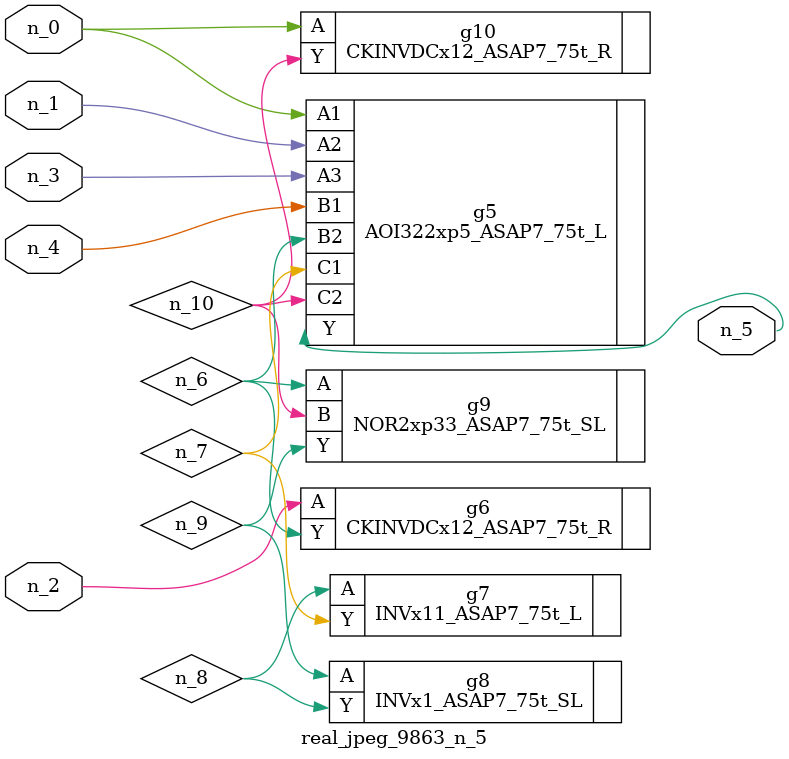
<source format=v>
module real_jpeg_9863_n_5 (n_4, n_0, n_1, n_2, n_3, n_5);

input n_4;
input n_0;
input n_1;
input n_2;
input n_3;

output n_5;

wire n_8;
wire n_6;
wire n_7;
wire n_10;
wire n_9;

AOI322xp5_ASAP7_75t_L g5 ( 
.A1(n_0),
.A2(n_1),
.A3(n_3),
.B1(n_4),
.B2(n_6),
.C1(n_7),
.C2(n_10),
.Y(n_5)
);

CKINVDCx12_ASAP7_75t_R g10 ( 
.A(n_0),
.Y(n_10)
);

CKINVDCx12_ASAP7_75t_R g6 ( 
.A(n_2),
.Y(n_6)
);

NOR2xp33_ASAP7_75t_SL g9 ( 
.A(n_6),
.B(n_10),
.Y(n_9)
);

INVx11_ASAP7_75t_L g7 ( 
.A(n_8),
.Y(n_7)
);

INVx1_ASAP7_75t_SL g8 ( 
.A(n_9),
.Y(n_8)
);


endmodule
</source>
